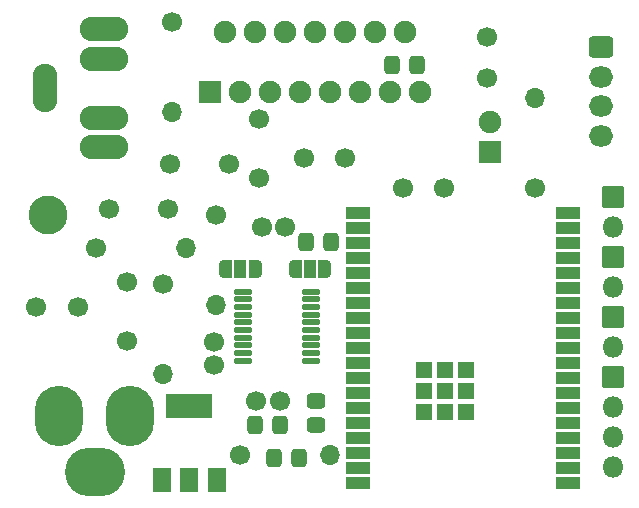
<source format=gbs>
G04 #@! TF.GenerationSoftware,KiCad,Pcbnew,(6.0.2-0)*
G04 #@! TF.CreationDate,2022-08-02T07:49:56-03:00*
G04 #@! TF.ProjectId,Modulo-completo,4d6f6475-6c6f-42d6-936f-6d706c65746f,rev?*
G04 #@! TF.SameCoordinates,Original*
G04 #@! TF.FileFunction,Soldermask,Bot*
G04 #@! TF.FilePolarity,Negative*
%FSLAX46Y46*%
G04 Gerber Fmt 4.6, Leading zero omitted, Abs format (unit mm)*
G04 Created by KiCad (PCBNEW (6.0.2-0)) date 2022-08-02 07:49:56*
%MOMM*%
%LPD*%
G01*
G04 APERTURE LIST*
G04 Aperture macros list*
%AMRoundRect*
0 Rectangle with rounded corners*
0 $1 Rounding radius*
0 $2 $3 $4 $5 $6 $7 $8 $9 X,Y pos of 4 corners*
0 Add a 4 corners polygon primitive as box body*
4,1,4,$2,$3,$4,$5,$6,$7,$8,$9,$2,$3,0*
0 Add four circle primitives for the rounded corners*
1,1,$1+$1,$2,$3*
1,1,$1+$1,$4,$5*
1,1,$1+$1,$6,$7*
1,1,$1+$1,$8,$9*
0 Add four rect primitives between the rounded corners*
20,1,$1+$1,$2,$3,$4,$5,0*
20,1,$1+$1,$4,$5,$6,$7,0*
20,1,$1+$1,$6,$7,$8,$9,0*
20,1,$1+$1,$8,$9,$2,$3,0*%
%AMFreePoly0*
4,1,37,0.585355,0.785355,0.600000,0.750000,0.600000,-0.750000,0.585355,-0.785355,0.550000,-0.800000,0.000000,-0.800000,-0.012524,-0.794812,-0.080857,-0.793560,-0.094851,-0.791293,-0.230166,-0.749018,-0.242962,-0.742915,-0.360972,-0.664360,-0.371540,-0.654911,-0.462760,-0.546392,-0.470252,-0.534356,-0.527347,-0.404597,-0.531159,-0.390943,-0.548742,-0.256483,-0.547388,-0.256306,-0.550000,-0.250000,
-0.550000,0.250000,-0.549522,0.251153,-0.549368,0.263802,-0.527557,0.403879,-0.523412,0.417435,-0.463164,0.545760,-0.455381,0.557609,-0.361537,0.663867,-0.350741,0.673055,-0.230846,0.748703,-0.217905,0.754492,-0.081598,0.793449,-0.067552,0.795373,-0.011991,0.795033,0.000000,0.800000,0.550000,0.800000,0.585355,0.785355,0.585355,0.785355,$1*%
%AMFreePoly1*
4,1,37,0.012350,0.794884,0.074210,0.794507,0.088231,0.792412,0.224052,0.751793,0.236921,0.745846,0.355883,0.668739,0.366566,0.659420,0.459104,0.552023,0.466742,0.540080,0.525419,0.411028,0.529398,0.397421,0.549495,0.257088,0.550000,0.250000,0.550000,-0.250000,0.549996,-0.250610,0.549847,-0.262826,0.549158,-0.270511,0.525638,-0.410312,0.521328,-0.423818,0.459516,-0.551397,
0.451589,-0.563150,0.356454,-0.668254,0.345546,-0.677309,0.224736,-0.751486,0.211726,-0.757116,0.074953,-0.794405,0.060885,-0.796158,0.011462,-0.795252,0.000000,-0.800000,-0.550000,-0.800000,-0.585355,-0.785355,-0.600000,-0.750000,-0.600000,0.750000,-0.585355,0.785355,-0.550000,0.800000,0.000000,0.800000,0.012350,0.794884,0.012350,0.794884,$1*%
G04 Aperture macros list end*
%ADD10RoundRect,0.300000X-0.725000X0.600000X-0.725000X-0.600000X0.725000X-0.600000X0.725000X0.600000X0*%
%ADD11O,2.050000X1.800000*%
%ADD12C,1.700000*%
%ADD13O,1.700000X1.700000*%
%ADD14RoundRect,0.050000X0.900000X-0.900000X0.900000X0.900000X-0.900000X0.900000X-0.900000X-0.900000X0*%
%ADD15C,1.900000*%
%ADD16RoundRect,0.050000X-0.850000X-0.850000X0.850000X-0.850000X0.850000X0.850000X-0.850000X0.850000X0*%
%ADD17O,1.800000X1.800000*%
%ADD18RoundRect,0.050000X-0.900000X-0.900000X0.900000X-0.900000X0.900000X0.900000X-0.900000X0.900000X0*%
%ADD19O,1.900000X1.900000*%
%ADD20RoundRect,2.050000X0.000000X0.500000X0.000000X-0.500000X0.000000X-0.500000X0.000000X0.500000X0*%
%ADD21RoundRect,2.050000X-0.500000X0.000000X-0.500000X0.000000X0.500000X0.000000X0.500000X0.000000X0*%
%ADD22C,0.100000*%
%ADD23O,4.100000X2.100000*%
%ADD24O,2.100000X4.100000*%
%ADD25C,3.300000*%
%ADD26RoundRect,0.300000X-0.475000X0.337500X-0.475000X-0.337500X0.475000X-0.337500X0.475000X0.337500X0*%
%ADD27RoundRect,0.150000X-0.637500X-0.100000X0.637500X-0.100000X0.637500X0.100000X-0.637500X0.100000X0*%
%ADD28RoundRect,0.300000X0.337500X0.475000X-0.337500X0.475000X-0.337500X-0.475000X0.337500X-0.475000X0*%
%ADD29RoundRect,0.050000X-1.000000X-0.450000X1.000000X-0.450000X1.000000X0.450000X-1.000000X0.450000X0*%
%ADD30RoundRect,0.050000X-0.665000X-0.665000X0.665000X-0.665000X0.665000X0.665000X-0.665000X0.665000X0*%
%ADD31RoundRect,0.050000X0.750000X-1.000000X0.750000X1.000000X-0.750000X1.000000X-0.750000X-1.000000X0*%
%ADD32RoundRect,0.050000X1.900000X-1.000000X1.900000X1.000000X-1.900000X1.000000X-1.900000X-1.000000X0*%
%ADD33FreePoly0,0.000000*%
%ADD34RoundRect,0.050000X-0.500000X-0.750000X0.500000X-0.750000X0.500000X0.750000X-0.500000X0.750000X0*%
%ADD35FreePoly1,0.000000*%
%ADD36RoundRect,0.300000X-0.337500X-0.475000X0.337500X-0.475000X0.337500X0.475000X-0.337500X0.475000X0*%
G04 APERTURE END LIST*
D10*
X155250000Y-88646000D03*
D11*
X155250000Y-91146000D03*
X155250000Y-93646000D03*
X155250000Y-96146000D03*
D12*
X145598000Y-87757000D03*
X145598000Y-91257000D03*
X118166000Y-108712000D03*
D13*
X118166000Y-116332000D03*
D12*
X124714000Y-123190000D03*
D13*
X132334000Y-123190000D03*
D12*
X149662000Y-100584000D03*
D13*
X149662000Y-92964000D03*
D14*
X145852000Y-97536000D03*
D15*
X145852000Y-94996000D03*
D16*
X156266000Y-116586000D03*
D17*
X156266000Y-119126000D03*
X156266000Y-121666000D03*
X156266000Y-124206000D03*
D16*
X156266000Y-111506000D03*
D17*
X156266000Y-114046000D03*
D12*
X115118000Y-113538000D03*
X115118000Y-108538000D03*
X123754000Y-98552000D03*
X118754000Y-98552000D03*
X110927000Y-110617000D03*
X107427000Y-110617000D03*
D18*
X122103000Y-92456000D03*
D19*
X123373000Y-87376000D03*
X124643000Y-92456000D03*
X125913000Y-87376000D03*
X127183000Y-92456000D03*
X128453000Y-87376000D03*
X129723000Y-92456000D03*
X130993000Y-87376000D03*
X132263000Y-92456000D03*
X133533000Y-87376000D03*
X134803000Y-92456000D03*
X136073000Y-87376000D03*
X137343000Y-92456000D03*
X138613000Y-87376000D03*
X139883000Y-92456000D03*
D12*
X126294000Y-94742000D03*
X126294000Y-99742000D03*
X126056000Y-118618000D03*
X128056000Y-118618000D03*
X122682000Y-102870000D03*
D13*
X122682000Y-110490000D03*
D12*
X128524000Y-103886000D03*
X126524000Y-103886000D03*
X138486000Y-100584000D03*
X141986000Y-100584000D03*
X118618000Y-102362000D03*
X113618000Y-102362000D03*
X122484000Y-115570000D03*
X122484000Y-113570000D03*
D20*
X115372000Y-119888000D03*
X109372000Y-119888000D03*
D21*
X112372000Y-124588000D03*
D16*
X156266000Y-101346000D03*
D17*
X156266000Y-103886000D03*
D12*
X130104000Y-98044000D03*
X133604000Y-98044000D03*
D16*
X156266000Y-106426000D03*
D17*
X156266000Y-108966000D03*
D22*
X108203000Y-97132500D03*
X108203000Y-87132500D03*
X113203000Y-92132500D03*
X105703000Y-87132500D03*
X105703000Y-97132500D03*
D23*
X113203000Y-87132500D03*
X113203000Y-89632500D03*
D24*
X108203000Y-92132500D03*
D23*
X113203000Y-97132500D03*
X113203000Y-94632500D03*
D25*
X108387000Y-102870000D03*
D12*
X112522000Y-105664000D03*
D13*
X120142000Y-105664000D03*
D12*
X118928000Y-86487000D03*
D13*
X118928000Y-94107000D03*
D26*
X131120000Y-118596500D03*
X131120000Y-120671500D03*
D27*
X124955500Y-115193000D03*
X124955500Y-114543000D03*
X124955500Y-113893000D03*
X124955500Y-113243000D03*
X124955500Y-112593000D03*
X124955500Y-111943000D03*
X124955500Y-111293000D03*
X124955500Y-110643000D03*
X124955500Y-109993000D03*
X124955500Y-109343000D03*
X130680500Y-109343000D03*
X130680500Y-109993000D03*
X130680500Y-110643000D03*
X130680500Y-111293000D03*
X130680500Y-111943000D03*
X130680500Y-112593000D03*
X130680500Y-113243000D03*
X130680500Y-113893000D03*
X130680500Y-114543000D03*
X130680500Y-115193000D03*
D28*
X129639000Y-123444000D03*
X127564000Y-123444000D03*
D29*
X134680000Y-125558000D03*
X134680000Y-124288000D03*
X134680000Y-123018000D03*
X134680000Y-121748000D03*
X134680000Y-120478000D03*
X134680000Y-119208000D03*
X134680000Y-117938000D03*
X134680000Y-116668000D03*
X134680000Y-115398000D03*
X134680000Y-114128000D03*
X134680000Y-112858000D03*
X134680000Y-111588000D03*
X134680000Y-110318000D03*
X134680000Y-109048000D03*
X134680000Y-107778000D03*
X134680000Y-106508000D03*
X134680000Y-105238000D03*
X134680000Y-103968000D03*
X134680000Y-102698000D03*
X152452000Y-102698000D03*
X152452000Y-103968000D03*
X152452000Y-105238000D03*
X152452000Y-106508000D03*
X152452000Y-107778000D03*
X152452000Y-109048000D03*
X152452000Y-110318000D03*
X152452000Y-111588000D03*
X152452000Y-112858000D03*
X152452000Y-114128000D03*
X152452000Y-115398000D03*
X152452000Y-116668000D03*
X152452000Y-117938000D03*
X152452000Y-119208000D03*
X152452000Y-120478000D03*
X152452000Y-121748000D03*
X152452000Y-123018000D03*
X152452000Y-124288000D03*
X152452000Y-125558000D03*
D30*
X142061000Y-115948000D03*
X143861000Y-119548000D03*
X143861000Y-115948000D03*
X142061000Y-117748000D03*
X143861000Y-117748000D03*
X140261000Y-117748000D03*
X142061000Y-119548000D03*
X140261000Y-115948000D03*
X140261000Y-119548000D03*
D31*
X122696000Y-125324000D03*
D32*
X120396000Y-119024000D03*
D31*
X120396000Y-125324000D03*
X118096000Y-125324000D03*
D33*
X123414000Y-107442000D03*
D34*
X124714000Y-107442000D03*
D35*
X126014000Y-107442000D03*
D36*
X130280500Y-105156000D03*
X132355500Y-105156000D03*
X137575500Y-90170000D03*
X139650500Y-90170000D03*
D33*
X129312000Y-107442000D03*
D34*
X130612000Y-107442000D03*
D35*
X131912000Y-107442000D03*
D36*
X125962500Y-120650000D03*
X128037500Y-120650000D03*
M02*

</source>
